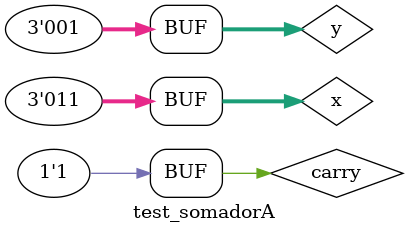
<source format=v>


// ------------------------- 
// nbit adder 
// ------------------------- 
module FullAdder(s, c_out, x, y, c_in);
  output s, c_out;
  input x, y, c_in;
  wire a, b, c;
// descrever por portas 
  xor (a, x, y);
  xor (s, a, c_in);   
  and (b, x, y);
  and (c, a, c_in);
  or (c_out, c, b);
endmodule //FullAdder

// ------------------------- 
// somador algebrico
// ------------------------- 
module somadorA(s, c_out, x, y, c_in);
  output [2:0] s;
  output c_out;
  input  [2:0] x, y;
  input c_in;
  wire c1, c2, z1, z2, z3, z4;
  // descrever por portas 
  xor (z1, y[0] , c_in);
  xor (z2, y[1] , c_in);
  xor (z3, y[2] , c_in);
  FullAdder FA0(s[0], c1, x[0], z1, c_in);
  FullAdder FA1(s[1], c2, x[1], z2, c1);
  FullAdder FA2(s[2], z4, x[2], z3, c2);
  xor (c_out, z4 , c_in);
endmodule //somadorA

// ------------------------- 
// equals0
// ------------------------- 
module equals0(s, x);
  output s;
  input [2:0] x;
  wire s1,s2,s3;
  
  // descrever por portas
  nor (s1, x[0], 0);
  nor (s2, x[1], 0);
  nor (s3, x[2], 0);
  assign s = (s1 & s2 & s3);
  
endmodule // equals0


module test_somadorA; 
// ------------------------- definir dados 
reg [2:0] x; 
reg [2:0] y; 
reg carry; 
wire [2:0] soma;
wire c_out, e0; 

somadorA somador(soma, c_out, x, y, carry);
equals0 equals(e0, soma);
// ------------------------- parte principal 
  initial
  begin
  $display("Exemplo0032 - Gabriel Benjamim de Carvalho - 396690"); 
  $display("Test Somador Algebrico - Equals 0"); 
  // projetar testes do somador complete 
  $monitor($time," x= %b y=%b c_in= %b ///  soma= %b /// equals 0 = %b (caso 1 verdadeiro caso 0 falso)\n",x, y, carry,soma,e0);
  end
  
  // Entradas
  initial
  begin
  $display("		Soma");
  x = 3'd2;y = 3'd4; carry = 1'b0;


  #5 x = 3'd2;y = 3'd4;
  #5 x = 3'd3;y = 3'd2;
  #5 x = 3'd1;y = 3'd3;
  #5 x = 3'd5;y = 3'd7;
  
  
   #5 x = 3'd2;y = 3'd4;carry = 1'b1;
	$display("		Subtraction");
  #5 x = 3'd4;y = 3'd1;
  #5 x = 3'd2;y = 3'd1;
  #5 x = 3'd3;y = 3'd1;


  end
endmodule // test_fullAdder 
</source>
